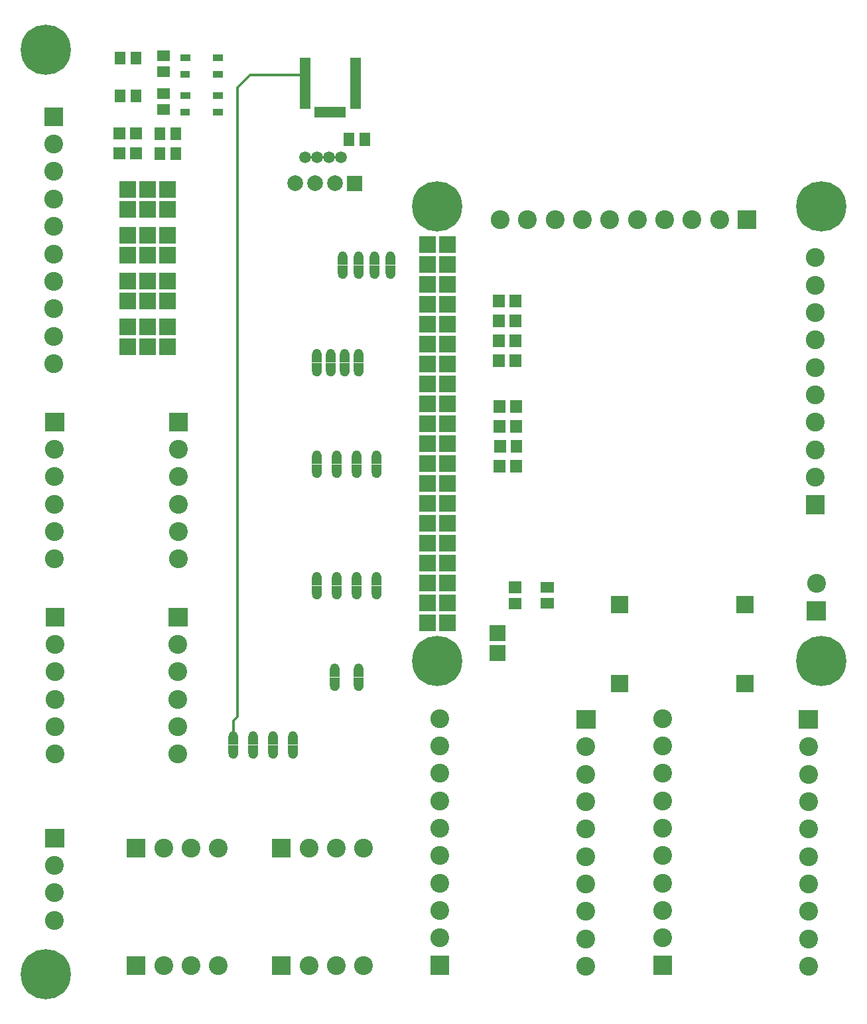
<source format=gts>
G04 Layer: TopSolderMaskLayer*
G04 EasyEDA v6.1.33, Mon, 29 Apr 2019 14:12:14 GMT*
G04 9590ad248ff846a5af0387b98c7a360c,91cc4837159741479c5be70faa949f3f,10*
G04 Gerber Generator version 0.2*
G04 Scale: 100 percent, Rotated: No, Reflected: No *
G04 Dimensions in millimeters *
G04 leading zeros omitted , absolute positions ,3 integer and 3 decimal *
%FSLAX33Y33*%
%MOMM*%
G90*
G71D02*

%ADD59C,0.355600*%
%ADD60R,2.133600X2.133600*%
%ADD64R,1.503680X1.602740*%
%ADD65R,2.403196X2.403196*%
%ADD66C,2.403196*%
%ADD70C,2.003196*%
%ADD71C,1.503197*%
%ADD72R,1.363218X1.673098*%
%ADD73R,1.403198X0.483210*%
%ADD76C,6.403188*%

%LPD*%
G54D59*
G01X27432Y33179D02*
G01X27432Y35846D01*
G01X27940Y36354D01*
G01X27940Y116618D01*
G01X29543Y118220D01*
G01X36622Y118220D01*
G36*
G01X12903Y85071D02*
G01X12903Y87204D01*
G01X15037Y87204D01*
G01X15037Y85071D01*
G01X12903Y85071D01*
G37*
G36*
G01X15443Y85071D02*
G01X15443Y87204D01*
G01X17577Y87204D01*
G01X17577Y85071D01*
G01X15443Y85071D01*
G37*
G36*
G01X17983Y85071D02*
G01X17983Y87204D01*
G01X20117Y87204D01*
G01X20117Y85071D01*
G01X17983Y85071D01*
G37*
G36*
G01X12903Y82531D02*
G01X12903Y84664D01*
G01X15037Y84664D01*
G01X15037Y82531D01*
G01X12903Y82531D01*
G37*
G36*
G01X15443Y82531D02*
G01X15443Y84664D01*
G01X17577Y84664D01*
G01X17577Y82531D01*
G01X15443Y82531D01*
G37*
G36*
G01X17983Y82531D02*
G01X17983Y84664D01*
G01X20117Y84664D01*
G01X20117Y82531D01*
G01X17983Y82531D01*
G37*
G36*
G01X12903Y90913D02*
G01X12903Y93046D01*
G01X15037Y93046D01*
G01X15037Y90913D01*
G01X12903Y90913D01*
G37*
G36*
G01X15443Y90913D02*
G01X15443Y93046D01*
G01X17577Y93046D01*
G01X17577Y90913D01*
G01X15443Y90913D01*
G37*
G36*
G01X17983Y90913D02*
G01X17983Y93046D01*
G01X20117Y93046D01*
G01X20117Y90913D01*
G01X17983Y90913D01*
G37*
G36*
G01X12903Y88373D02*
G01X12903Y90506D01*
G01X15037Y90506D01*
G01X15037Y88373D01*
G01X12903Y88373D01*
G37*
G36*
G01X15443Y88373D02*
G01X15443Y90506D01*
G01X17577Y90506D01*
G01X17577Y88373D01*
G01X15443Y88373D01*
G37*
G36*
G01X17983Y88373D02*
G01X17983Y90506D01*
G01X20117Y90506D01*
G01X20117Y88373D01*
G01X17983Y88373D01*
G37*
G36*
G01X12903Y96755D02*
G01X12903Y98888D01*
G01X15037Y98888D01*
G01X15037Y96755D01*
G01X12903Y96755D01*
G37*
G36*
G01X15443Y96755D02*
G01X15443Y98888D01*
G01X17577Y98888D01*
G01X17577Y96755D01*
G01X15443Y96755D01*
G37*
G36*
G01X17983Y96755D02*
G01X17983Y98888D01*
G01X20117Y98888D01*
G01X20117Y96755D01*
G01X17983Y96755D01*
G37*
G36*
G01X12903Y94215D02*
G01X12903Y96348D01*
G01X15037Y96348D01*
G01X15037Y94215D01*
G01X12903Y94215D01*
G37*
G36*
G01X15443Y94215D02*
G01X15443Y96348D01*
G01X17577Y96348D01*
G01X17577Y94215D01*
G01X15443Y94215D01*
G37*
G36*
G01X17983Y94215D02*
G01X17983Y96348D01*
G01X20117Y96348D01*
G01X20117Y94215D01*
G01X17983Y94215D01*
G37*
G36*
G01X12903Y102597D02*
G01X12903Y104730D01*
G01X15037Y104730D01*
G01X15037Y102597D01*
G01X12903Y102597D01*
G37*
G36*
G01X15443Y102597D02*
G01X15443Y104730D01*
G01X17577Y104730D01*
G01X17577Y102597D01*
G01X15443Y102597D01*
G37*
G36*
G01X17983Y102597D02*
G01X17983Y104730D01*
G01X20117Y104730D01*
G01X20117Y102597D01*
G01X17983Y102597D01*
G37*
G36*
G01X12903Y100057D02*
G01X12903Y102190D01*
G01X15037Y102190D01*
G01X15037Y100057D01*
G01X12903Y100057D01*
G37*
G36*
G01X15443Y100057D02*
G01X15443Y102190D01*
G01X17577Y102190D01*
G01X17577Y100057D01*
G01X15443Y100057D01*
G37*
G36*
G01X17983Y100057D02*
G01X17983Y102190D01*
G01X20117Y102190D01*
G01X20117Y100057D01*
G01X17983Y100057D01*
G37*
G36*
G01X53729Y47329D02*
G01X53729Y49412D01*
G01X55811Y49412D01*
G01X55811Y47329D01*
G01X53729Y47329D01*
G37*
G36*
G01X51189Y47329D02*
G01X51189Y49412D01*
G01X53271Y49412D01*
G01X53271Y47329D01*
G01X51189Y47329D01*
G37*
G36*
G01X53729Y49869D02*
G01X53729Y51952D01*
G01X55811Y51952D01*
G01X55811Y49869D01*
G01X53729Y49869D01*
G37*
G36*
G01X51189Y49869D02*
G01X51189Y51952D01*
G01X53271Y51952D01*
G01X53271Y49869D01*
G01X51189Y49869D01*
G37*
G36*
G01X53729Y52409D02*
G01X53729Y54492D01*
G01X55811Y54492D01*
G01X55811Y52409D01*
G01X53729Y52409D01*
G37*
G36*
G01X51189Y52409D02*
G01X51189Y54492D01*
G01X53271Y54492D01*
G01X53271Y52409D01*
G01X51189Y52409D01*
G37*
G36*
G01X53729Y54949D02*
G01X53729Y57032D01*
G01X55811Y57032D01*
G01X55811Y54949D01*
G01X53729Y54949D01*
G37*
G36*
G01X51189Y54949D02*
G01X51189Y57032D01*
G01X53271Y57032D01*
G01X53271Y54949D01*
G01X51189Y54949D01*
G37*
G36*
G01X53729Y57489D02*
G01X53729Y59572D01*
G01X55811Y59572D01*
G01X55811Y57489D01*
G01X53729Y57489D01*
G37*
G36*
G01X51189Y57489D02*
G01X51189Y59572D01*
G01X53271Y59572D01*
G01X53271Y57489D01*
G01X51189Y57489D01*
G37*
G36*
G01X53729Y60029D02*
G01X53729Y62112D01*
G01X55811Y62112D01*
G01X55811Y60029D01*
G01X53729Y60029D01*
G37*
G36*
G01X51189Y60029D02*
G01X51189Y62112D01*
G01X53271Y62112D01*
G01X53271Y60029D01*
G01X51189Y60029D01*
G37*
G36*
G01X53729Y62569D02*
G01X53729Y64652D01*
G01X55811Y64652D01*
G01X55811Y62569D01*
G01X53729Y62569D01*
G37*
G36*
G01X51189Y62569D02*
G01X51189Y64652D01*
G01X53271Y64652D01*
G01X53271Y62569D01*
G01X51189Y62569D01*
G37*
G36*
G01X53729Y65109D02*
G01X53729Y67192D01*
G01X55811Y67192D01*
G01X55811Y65109D01*
G01X53729Y65109D01*
G37*
G36*
G01X51189Y65109D02*
G01X51189Y67192D01*
G01X53271Y67192D01*
G01X53271Y65109D01*
G01X51189Y65109D01*
G37*
G36*
G01X53729Y67649D02*
G01X53729Y69732D01*
G01X55811Y69732D01*
G01X55811Y67649D01*
G01X53729Y67649D01*
G37*
G36*
G01X51189Y67649D02*
G01X51189Y69732D01*
G01X53271Y69732D01*
G01X53271Y67649D01*
G01X51189Y67649D01*
G37*
G36*
G01X53729Y70189D02*
G01X53729Y72272D01*
G01X55811Y72272D01*
G01X55811Y70189D01*
G01X53729Y70189D01*
G37*
G36*
G01X51189Y70189D02*
G01X51189Y72272D01*
G01X53271Y72272D01*
G01X53271Y70189D01*
G01X51189Y70189D01*
G37*
G36*
G01X53729Y72729D02*
G01X53729Y74812D01*
G01X55811Y74812D01*
G01X55811Y72729D01*
G01X53729Y72729D01*
G37*
G36*
G01X51189Y72729D02*
G01X51189Y74812D01*
G01X53271Y74812D01*
G01X53271Y72729D01*
G01X51189Y72729D01*
G37*
G36*
G01X53729Y75269D02*
G01X53729Y77352D01*
G01X55811Y77352D01*
G01X55811Y75269D01*
G01X53729Y75269D01*
G37*
G36*
G01X51189Y75269D02*
G01X51189Y77352D01*
G01X53271Y77352D01*
G01X53271Y75269D01*
G01X51189Y75269D01*
G37*
G36*
G01X53729Y77809D02*
G01X53729Y79892D01*
G01X55811Y79892D01*
G01X55811Y77809D01*
G01X53729Y77809D01*
G37*
G36*
G01X51189Y77809D02*
G01X51189Y79892D01*
G01X53271Y79892D01*
G01X53271Y77809D01*
G01X51189Y77809D01*
G37*
G36*
G01X53729Y80349D02*
G01X53729Y82432D01*
G01X55811Y82432D01*
G01X55811Y80349D01*
G01X53729Y80349D01*
G37*
G36*
G01X51189Y80349D02*
G01X51189Y82432D01*
G01X53271Y82432D01*
G01X53271Y80349D01*
G01X51189Y80349D01*
G37*
G36*
G01X53729Y82889D02*
G01X53729Y84972D01*
G01X55811Y84972D01*
G01X55811Y82889D01*
G01X53729Y82889D01*
G37*
G36*
G01X51189Y82889D02*
G01X51189Y84972D01*
G01X53271Y84972D01*
G01X53271Y82889D01*
G01X51189Y82889D01*
G37*
G36*
G01X53729Y85429D02*
G01X53729Y87512D01*
G01X55811Y87512D01*
G01X55811Y85429D01*
G01X53729Y85429D01*
G37*
G36*
G01X51189Y85429D02*
G01X51189Y87512D01*
G01X53271Y87512D01*
G01X53271Y85429D01*
G01X51189Y85429D01*
G37*
G36*
G01X53729Y87969D02*
G01X53729Y90052D01*
G01X55811Y90052D01*
G01X55811Y87969D01*
G01X53729Y87969D01*
G37*
G36*
G01X51189Y87969D02*
G01X51189Y90052D01*
G01X53271Y90052D01*
G01X53271Y87969D01*
G01X51189Y87969D01*
G37*
G36*
G01X53729Y90509D02*
G01X53729Y92592D01*
G01X55811Y92592D01*
G01X55811Y90509D01*
G01X53729Y90509D01*
G37*
G36*
G01X51189Y90509D02*
G01X51189Y92592D01*
G01X53271Y92592D01*
G01X53271Y90509D01*
G01X51189Y90509D01*
G37*
G36*
G01X53729Y93049D02*
G01X53729Y95132D01*
G01X55811Y95132D01*
G01X55811Y93049D01*
G01X53729Y93049D01*
G37*
G36*
G01X51189Y93049D02*
G01X51189Y95132D01*
G01X53271Y95132D01*
G01X53271Y93049D01*
G01X51189Y93049D01*
G37*
G36*
G01X53729Y95589D02*
G01X53729Y97672D01*
G01X55811Y97672D01*
G01X55811Y95589D01*
G01X53729Y95589D01*
G37*
G36*
G01X51189Y95589D02*
G01X51189Y97672D01*
G01X53271Y97672D01*
G01X53271Y95589D01*
G01X51189Y95589D01*
G37*
G36*
G01X66670Y50151D02*
G01X66670Y51512D01*
G01X68341Y51512D01*
G01X68341Y50151D01*
G01X66670Y50151D01*
G37*
G36*
G01X66670Y52183D02*
G01X66670Y53544D01*
G01X68341Y53544D01*
G01X68341Y52183D01*
G01X66670Y52183D01*
G37*
G36*
G01X62641Y50062D02*
G01X62641Y51566D01*
G01X64244Y51566D01*
G01X64244Y50062D01*
G01X62641Y50062D01*
G37*
G36*
G01X62641Y52162D02*
G01X62641Y53666D01*
G01X64244Y53666D01*
G01X64244Y52162D01*
G01X62641Y52162D01*
G37*
G54D60*
G01X61156Y44482D03*
G01X61156Y47022D03*
G36*
G01X62766Y67557D02*
G01X62766Y69160D01*
G01X64270Y69160D01*
G01X64270Y67557D01*
G01X62766Y67557D01*
G37*
G36*
G01X60665Y67557D02*
G01X60665Y69160D01*
G01X62169Y69160D01*
G01X62169Y67557D01*
G01X60665Y67557D01*
G37*
G36*
G01X62824Y70097D02*
G01X62824Y71700D01*
G01X64328Y71700D01*
G01X64328Y70097D01*
G01X62824Y70097D01*
G37*
G36*
G01X60724Y70097D02*
G01X60724Y71700D01*
G01X62227Y71700D01*
G01X62227Y70097D01*
G01X60724Y70097D01*
G37*
G36*
G01X62766Y75177D02*
G01X62766Y76780D01*
G01X64270Y76780D01*
G01X64270Y75177D01*
G01X62766Y75177D01*
G37*
G36*
G01X60665Y75177D02*
G01X60665Y76780D01*
G01X62169Y76780D01*
G01X62169Y75177D01*
G01X60665Y75177D01*
G37*
G36*
G01X62766Y72637D02*
G01X62766Y74240D01*
G01X64270Y74240D01*
G01X64270Y72637D01*
G01X62766Y72637D01*
G37*
G36*
G01X60665Y72637D02*
G01X60665Y74240D01*
G01X62169Y74240D01*
G01X62169Y72637D01*
G01X60665Y72637D01*
G37*
G36*
G01X62707Y81019D02*
G01X62707Y82622D01*
G01X64211Y82622D01*
G01X64211Y81019D01*
G01X62707Y81019D01*
G37*
G36*
G01X60607Y81019D02*
G01X60607Y82622D01*
G01X62111Y82622D01*
G01X62111Y81019D01*
G01X60607Y81019D01*
G37*
G36*
G01X62707Y83559D02*
G01X62707Y85162D01*
G01X64211Y85162D01*
G01X64211Y83559D01*
G01X62707Y83559D01*
G37*
G36*
G01X60607Y83559D02*
G01X60607Y85162D01*
G01X62111Y85162D01*
G01X62111Y83559D01*
G01X60607Y83559D01*
G37*
G36*
G01X62707Y88639D02*
G01X62707Y90242D01*
G01X64211Y90242D01*
G01X64211Y88639D01*
G01X62707Y88639D01*
G37*
G36*
G01X60607Y88639D02*
G01X60607Y90242D01*
G01X62111Y90242D01*
G01X62111Y88639D01*
G01X60607Y88639D01*
G37*
G36*
G01X62707Y86099D02*
G01X62707Y87702D01*
G01X64211Y87702D01*
G01X64211Y86099D01*
G01X62707Y86099D01*
G37*
G36*
G01X60607Y86099D02*
G01X60607Y87702D01*
G01X62111Y87702D01*
G01X62111Y86099D01*
G01X60607Y86099D01*
G37*
G36*
G01X3343Y111741D02*
G01X3343Y114144D01*
G01X5745Y114144D01*
G01X5745Y111741D01*
G01X3343Y111741D01*
G37*
G54D66*
G01X4544Y109442D03*
G01X4544Y105942D03*
G01X4544Y102442D03*
G01X4544Y98942D03*
G01X4544Y95442D03*
G01X4544Y91942D03*
G01X4544Y88442D03*
G01X4544Y84942D03*
G01X4544Y81442D03*
G36*
G01X19182Y47905D02*
G01X19182Y50308D01*
G01X21585Y50308D01*
G01X21585Y47905D01*
G01X19182Y47905D01*
G37*
G01X20384Y45608D03*
G01X20384Y42108D03*
G01X20384Y38608D03*
G01X20384Y35108D03*
G01X20384Y31608D03*
G54D65*
G01X33588Y19653D03*
G54D66*
G01X37087Y19654D03*
G01X40587Y19654D03*
G01X44087Y19654D03*
G54D65*
G01X15046Y19653D03*
G54D66*
G01X18545Y19654D03*
G01X22045Y19654D03*
G01X25545Y19654D03*
G36*
G01X3434Y19711D02*
G01X3434Y22114D01*
G01X5837Y22114D01*
G01X5837Y19711D01*
G01X3434Y19711D01*
G37*
G01X4635Y17414D03*
G01X4635Y13914D03*
G01X4635Y10414D03*
G36*
G01X99642Y34837D02*
G01X99642Y37240D01*
G01X102044Y37240D01*
G01X102044Y34837D01*
G01X99642Y34837D01*
G37*
G01X100844Y32539D03*
G01X100844Y29040D03*
G01X100844Y25539D03*
G01X100844Y22040D03*
G01X100844Y18539D03*
G01X100844Y15040D03*
G01X100844Y11539D03*
G01X100844Y8040D03*
G01X100844Y4539D03*
G36*
G01X100528Y62241D02*
G01X100528Y64644D01*
G01X102931Y64644D01*
G01X102931Y62241D01*
G01X100528Y62241D01*
G37*
G01X101729Y66942D03*
G01X101729Y70442D03*
G01X101729Y73942D03*
G01X101729Y77442D03*
G01X101729Y80942D03*
G01X101729Y84442D03*
G01X101729Y87942D03*
G01X101729Y91442D03*
G01X101729Y94942D03*
G36*
G01X100647Y48675D02*
G01X100647Y51078D01*
G01X103050Y51078D01*
G01X103050Y48675D01*
G01X100647Y48675D01*
G37*
G01X101848Y53376D03*
G36*
G01X91793Y98584D02*
G01X91793Y100986D01*
G01X94196Y100986D01*
G01X94196Y98584D01*
G01X91793Y98584D01*
G37*
G01X89495Y99784D03*
G01X85995Y99784D03*
G01X82495Y99784D03*
G01X78995Y99784D03*
G01X75495Y99784D03*
G01X71995Y99784D03*
G01X68495Y99784D03*
G01X64995Y99784D03*
G01X61495Y99784D03*
G36*
G01X3434Y72797D02*
G01X3434Y75200D01*
G01X5837Y75200D01*
G01X5837Y72797D01*
G01X3434Y72797D01*
G37*
G01X4636Y70500D03*
G01X4636Y67000D03*
G01X4636Y63500D03*
G01X4636Y60000D03*
G01X4636Y56500D03*
G36*
G01X19240Y72797D02*
G01X19240Y75200D01*
G01X21643Y75200D01*
G01X21643Y72797D01*
G01X19240Y72797D01*
G37*
G01X20442Y70500D03*
G01X20442Y67000D03*
G01X20442Y63500D03*
G01X20442Y60000D03*
G01X20442Y56500D03*
G54D65*
G01X33589Y4667D03*
G54D66*
G01X37088Y4668D03*
G01X40588Y4668D03*
G01X44088Y4668D03*
G54D65*
G01X15047Y4667D03*
G54D66*
G01X18546Y4668D03*
G01X22046Y4668D03*
G01X25546Y4668D03*
G36*
G01X3492Y47905D02*
G01X3492Y50308D01*
G01X5895Y50308D01*
G01X5895Y47905D01*
G01X3492Y47905D01*
G37*
G01X4694Y45608D03*
G01X4694Y42108D03*
G01X4694Y38608D03*
G01X4694Y35108D03*
G01X4694Y31608D03*
G36*
G01X71252Y34837D02*
G01X71252Y37240D01*
G01X73655Y37240D01*
G01X73655Y34837D01*
G01X71252Y34837D01*
G37*
G01X72453Y32539D03*
G01X72453Y29040D03*
G01X72453Y25539D03*
G01X72453Y22040D03*
G01X72453Y18539D03*
G01X72453Y15040D03*
G01X72453Y11539D03*
G01X72453Y8040D03*
G01X72453Y4539D03*
G36*
G01X52583Y3463D02*
G01X52583Y5866D01*
G01X54986Y5866D01*
G01X54986Y3463D01*
G01X52583Y3463D01*
G37*
G01X53783Y8164D03*
G01X53783Y11663D03*
G01X53783Y15164D03*
G01X53783Y18663D03*
G01X53783Y22164D03*
G01X53783Y25663D03*
G01X53783Y29164D03*
G01X53783Y32663D03*
G01X53783Y36164D03*
G36*
G01X81031Y3463D02*
G01X81031Y5866D01*
G01X83434Y5866D01*
G01X83434Y3463D01*
G01X81031Y3463D01*
G37*
G01X82231Y8164D03*
G01X82231Y11663D03*
G01X82231Y15164D03*
G01X82231Y18663D03*
G01X82231Y22164D03*
G01X82231Y25663D03*
G01X82231Y29164D03*
G01X82231Y32663D03*
G01X82231Y36164D03*
G36*
G01X91623Y39554D02*
G01X91623Y41756D01*
G01X93828Y41756D01*
G01X93828Y39554D01*
G01X91623Y39554D01*
G37*
G36*
G01X91623Y49554D02*
G01X91623Y51756D01*
G01X93828Y51756D01*
G01X93828Y49554D01*
G01X91623Y49554D01*
G37*
G36*
G01X75623Y39554D02*
G01X75623Y41756D01*
G01X77828Y41756D01*
G01X77828Y39554D01*
G01X75623Y39554D01*
G37*
G36*
G01X75623Y49554D02*
G01X75623Y51756D01*
G01X77828Y51756D01*
G01X77828Y49554D01*
G01X75623Y49554D01*
G37*
G36*
G01X41925Y103425D02*
G01X41925Y105426D01*
G01X43927Y105426D01*
G01X43927Y103425D01*
G01X41925Y103425D01*
G37*
G54D70*
G01X40385Y104426D03*
G01X37845Y104426D03*
G01X35305Y104426D03*
G54D71*
G01X41147Y107728D03*
G01X39647Y107728D03*
G01X38147Y107728D03*
G01X36647Y107728D03*
G54D72*
G01X42164Y110013D03*
G01X44196Y110013D03*
G36*
G01X42578Y68645D02*
G01X42578Y69777D01*
G01X42580Y69805D01*
G01X42591Y69866D01*
G01X42596Y69894D01*
G01X42603Y69925D01*
G01X42614Y69953D01*
G01X42626Y69981D01*
G01X42636Y70009D01*
G01X42682Y70085D01*
G01X42700Y70110D01*
G01X42718Y70133D01*
G01X42738Y70156D01*
G01X42758Y70176D01*
G01X42804Y70217D01*
G01X42829Y70235D01*
G01X42852Y70252D01*
G01X42878Y70268D01*
G01X42906Y70283D01*
G01X42931Y70296D01*
G01X42987Y70316D01*
G01X43017Y70326D01*
G01X43045Y70334D01*
G01X43076Y70339D01*
G01X43104Y70344D01*
G01X43165Y70349D01*
G01X43195Y70349D01*
G01X43226Y70346D01*
G01X43254Y70344D01*
G01X43315Y70334D01*
G01X43342Y70326D01*
G01X43426Y70296D01*
G01X43454Y70283D01*
G01X43505Y70252D01*
G01X43556Y70217D01*
G01X43579Y70196D01*
G01X43619Y70156D01*
G01X43660Y70110D01*
G01X43678Y70085D01*
G01X43708Y70034D01*
G01X43721Y70009D01*
G01X43734Y69981D01*
G01X43754Y69925D01*
G01X43762Y69894D01*
G01X43769Y69866D01*
G01X43779Y69805D01*
G01X43779Y69777D01*
G01X43782Y69747D01*
G01X43782Y68645D01*
G01X42578Y68645D01*
G37*
G36*
G01X43165Y66874D02*
G01X43104Y66879D01*
G01X43076Y66884D01*
G01X43045Y66889D01*
G01X43017Y66897D01*
G01X42987Y66907D01*
G01X42931Y66927D01*
G01X42906Y66940D01*
G01X42878Y66955D01*
G01X42852Y66971D01*
G01X42829Y66988D01*
G01X42804Y67006D01*
G01X42758Y67047D01*
G01X42738Y67067D01*
G01X42718Y67090D01*
G01X42700Y67113D01*
G01X42682Y67138D01*
G01X42636Y67215D01*
G01X42626Y67242D01*
G01X42614Y67270D01*
G01X42603Y67298D01*
G01X42596Y67329D01*
G01X42591Y67357D01*
G01X42580Y67418D01*
G01X42578Y67446D01*
G01X42578Y68578D01*
G01X43782Y68578D01*
G01X43782Y67476D01*
G01X43779Y67446D01*
G01X43779Y67418D01*
G01X43769Y67357D01*
G01X43762Y67329D01*
G01X43754Y67298D01*
G01X43734Y67242D01*
G01X43721Y67215D01*
G01X43708Y67189D01*
G01X43678Y67138D01*
G01X43660Y67113D01*
G01X43619Y67067D01*
G01X43579Y67027D01*
G01X43556Y67006D01*
G01X43505Y66971D01*
G01X43454Y66940D01*
G01X43426Y66927D01*
G01X43342Y66897D01*
G01X43315Y66889D01*
G01X43254Y66879D01*
G01X43226Y66877D01*
G01X43195Y66874D01*
G01X43165Y66874D01*
G37*
G54D73*
G01X36621Y120222D03*
G01X36621Y119721D03*
G01X36621Y119222D03*
G01X36621Y118721D03*
G01X36621Y118222D03*
G01X36621Y117721D03*
G01X36621Y117222D03*
G01X36621Y116721D03*
G01X36621Y116222D03*
G01X36621Y115721D03*
G01X36621Y115222D03*
G01X36621Y114721D03*
G01X36621Y114222D03*
G36*
G01X37831Y112820D02*
G01X37831Y114222D01*
G01X38313Y114222D01*
G01X38313Y112820D01*
G01X37831Y112820D01*
G37*
G36*
G01X38331Y112820D02*
G01X38331Y114222D01*
G01X38814Y114222D01*
G01X38814Y112820D01*
G01X38331Y112820D01*
G37*
G36*
G01X38829Y112820D02*
G01X38829Y114222D01*
G01X39314Y114222D01*
G01X39314Y112820D01*
G01X38829Y112820D01*
G37*
G36*
G01X39329Y112820D02*
G01X39329Y114222D01*
G01X39812Y114222D01*
G01X39812Y112820D01*
G01X39329Y112820D01*
G37*
G36*
G01X39830Y112820D02*
G01X39830Y114222D01*
G01X40312Y114222D01*
G01X40312Y112820D01*
G01X39830Y112820D01*
G37*
G36*
G01X40330Y112820D02*
G01X40330Y114222D01*
G01X40813Y114222D01*
G01X40813Y112820D01*
G01X40330Y112820D01*
G37*
G36*
G01X40830Y112820D02*
G01X40830Y114222D01*
G01X41313Y114222D01*
G01X41313Y112820D01*
G01X40830Y112820D01*
G37*
G36*
G01X41331Y112820D02*
G01X41331Y114222D01*
G01X41813Y114222D01*
G01X41813Y112820D01*
G01X41331Y112820D01*
G37*
G01X43021Y120222D03*
G01X43021Y119721D03*
G01X43021Y119222D03*
G01X43021Y118721D03*
G01X43021Y118222D03*
G01X43021Y117721D03*
G01X43021Y117222D03*
G01X43021Y116721D03*
G01X43021Y116222D03*
G01X43021Y115721D03*
G01X43021Y115222D03*
G01X43021Y114721D03*
G01X43021Y114222D03*
G36*
G01X40038Y68645D02*
G01X40038Y69777D01*
G01X40040Y69805D01*
G01X40051Y69866D01*
G01X40056Y69894D01*
G01X40063Y69925D01*
G01X40074Y69953D01*
G01X40086Y69981D01*
G01X40096Y70009D01*
G01X40142Y70085D01*
G01X40160Y70110D01*
G01X40178Y70133D01*
G01X40198Y70156D01*
G01X40218Y70176D01*
G01X40264Y70217D01*
G01X40289Y70235D01*
G01X40312Y70252D01*
G01X40338Y70268D01*
G01X40366Y70283D01*
G01X40391Y70296D01*
G01X40447Y70316D01*
G01X40477Y70326D01*
G01X40505Y70334D01*
G01X40536Y70339D01*
G01X40564Y70344D01*
G01X40625Y70349D01*
G01X40655Y70349D01*
G01X40686Y70346D01*
G01X40714Y70344D01*
G01X40775Y70334D01*
G01X40802Y70326D01*
G01X40886Y70296D01*
G01X40914Y70283D01*
G01X40965Y70252D01*
G01X41016Y70217D01*
G01X41039Y70196D01*
G01X41079Y70156D01*
G01X41120Y70110D01*
G01X41138Y70085D01*
G01X41168Y70034D01*
G01X41181Y70009D01*
G01X41194Y69981D01*
G01X41214Y69925D01*
G01X41222Y69894D01*
G01X41229Y69866D01*
G01X41239Y69805D01*
G01X41239Y69777D01*
G01X41242Y69747D01*
G01X41242Y68645D01*
G01X40038Y68645D01*
G37*
G36*
G01X40625Y66874D02*
G01X40564Y66879D01*
G01X40536Y66884D01*
G01X40505Y66889D01*
G01X40477Y66897D01*
G01X40447Y66907D01*
G01X40391Y66927D01*
G01X40366Y66940D01*
G01X40338Y66955D01*
G01X40312Y66971D01*
G01X40289Y66988D01*
G01X40264Y67006D01*
G01X40218Y67047D01*
G01X40198Y67067D01*
G01X40178Y67090D01*
G01X40160Y67113D01*
G01X40142Y67138D01*
G01X40096Y67215D01*
G01X40086Y67242D01*
G01X40074Y67270D01*
G01X40063Y67298D01*
G01X40056Y67329D01*
G01X40051Y67357D01*
G01X40040Y67418D01*
G01X40038Y67446D01*
G01X40038Y68578D01*
G01X41242Y68578D01*
G01X41242Y67476D01*
G01X41239Y67446D01*
G01X41239Y67418D01*
G01X41229Y67357D01*
G01X41222Y67329D01*
G01X41214Y67298D01*
G01X41194Y67242D01*
G01X41181Y67215D01*
G01X41168Y67189D01*
G01X41138Y67138D01*
G01X41120Y67113D01*
G01X41079Y67067D01*
G01X41039Y67027D01*
G01X41016Y67006D01*
G01X40965Y66971D01*
G01X40914Y66940D01*
G01X40886Y66927D01*
G01X40802Y66897D01*
G01X40775Y66889D01*
G01X40714Y66879D01*
G01X40686Y66877D01*
G01X40655Y66874D01*
G01X40625Y66874D01*
G37*
G36*
G01X40038Y53151D02*
G01X40038Y54283D01*
G01X40040Y54311D01*
G01X40051Y54372D01*
G01X40056Y54400D01*
G01X40063Y54431D01*
G01X40074Y54459D01*
G01X40086Y54487D01*
G01X40096Y54515D01*
G01X40142Y54591D01*
G01X40160Y54616D01*
G01X40178Y54639D01*
G01X40198Y54662D01*
G01X40218Y54682D01*
G01X40264Y54723D01*
G01X40289Y54741D01*
G01X40312Y54758D01*
G01X40338Y54774D01*
G01X40366Y54789D01*
G01X40391Y54802D01*
G01X40447Y54822D01*
G01X40477Y54832D01*
G01X40505Y54840D01*
G01X40536Y54845D01*
G01X40564Y54850D01*
G01X40625Y54855D01*
G01X40655Y54855D01*
G01X40686Y54852D01*
G01X40714Y54850D01*
G01X40775Y54840D01*
G01X40802Y54832D01*
G01X40886Y54802D01*
G01X40914Y54789D01*
G01X40965Y54758D01*
G01X41016Y54723D01*
G01X41039Y54702D01*
G01X41079Y54662D01*
G01X41120Y54616D01*
G01X41138Y54591D01*
G01X41168Y54540D01*
G01X41181Y54515D01*
G01X41194Y54487D01*
G01X41214Y54431D01*
G01X41222Y54400D01*
G01X41229Y54372D01*
G01X41239Y54311D01*
G01X41239Y54283D01*
G01X41242Y54253D01*
G01X41242Y53151D01*
G01X40038Y53151D01*
G37*
G36*
G01X40625Y51380D02*
G01X40564Y51385D01*
G01X40536Y51390D01*
G01X40505Y51395D01*
G01X40477Y51403D01*
G01X40447Y51413D01*
G01X40391Y51433D01*
G01X40366Y51446D01*
G01X40338Y51461D01*
G01X40312Y51477D01*
G01X40289Y51494D01*
G01X40264Y51512D01*
G01X40218Y51553D01*
G01X40198Y51573D01*
G01X40178Y51596D01*
G01X40160Y51619D01*
G01X40142Y51644D01*
G01X40096Y51721D01*
G01X40086Y51748D01*
G01X40074Y51776D01*
G01X40063Y51804D01*
G01X40056Y51835D01*
G01X40051Y51863D01*
G01X40040Y51924D01*
G01X40038Y51952D01*
G01X40038Y53084D01*
G01X41242Y53084D01*
G01X41242Y51982D01*
G01X41239Y51952D01*
G01X41239Y51924D01*
G01X41229Y51863D01*
G01X41222Y51835D01*
G01X41214Y51804D01*
G01X41194Y51748D01*
G01X41181Y51721D01*
G01X41168Y51695D01*
G01X41138Y51644D01*
G01X41120Y51619D01*
G01X41079Y51573D01*
G01X41039Y51533D01*
G01X41016Y51512D01*
G01X40965Y51477D01*
G01X40914Y51446D01*
G01X40886Y51433D01*
G01X40802Y51403D01*
G01X40775Y51395D01*
G01X40714Y51385D01*
G01X40686Y51383D01*
G01X40655Y51380D01*
G01X40625Y51380D01*
G37*
G36*
G01X42832Y41467D02*
G01X42832Y42599D01*
G01X42834Y42627D01*
G01X42845Y42688D01*
G01X42850Y42716D01*
G01X42857Y42747D01*
G01X42868Y42775D01*
G01X42880Y42803D01*
G01X42890Y42831D01*
G01X42936Y42907D01*
G01X42954Y42932D01*
G01X42972Y42955D01*
G01X42992Y42978D01*
G01X43012Y42998D01*
G01X43058Y43039D01*
G01X43083Y43057D01*
G01X43106Y43074D01*
G01X43132Y43090D01*
G01X43160Y43105D01*
G01X43185Y43118D01*
G01X43241Y43138D01*
G01X43271Y43148D01*
G01X43299Y43156D01*
G01X43330Y43161D01*
G01X43358Y43166D01*
G01X43419Y43171D01*
G01X43449Y43171D01*
G01X43480Y43168D01*
G01X43508Y43166D01*
G01X43569Y43156D01*
G01X43596Y43148D01*
G01X43680Y43118D01*
G01X43708Y43105D01*
G01X43759Y43074D01*
G01X43810Y43039D01*
G01X43833Y43018D01*
G01X43873Y42978D01*
G01X43914Y42932D01*
G01X43932Y42907D01*
G01X43962Y42856D01*
G01X43975Y42831D01*
G01X43988Y42803D01*
G01X44008Y42747D01*
G01X44016Y42716D01*
G01X44023Y42688D01*
G01X44033Y42627D01*
G01X44033Y42599D01*
G01X44036Y42569D01*
G01X44036Y41467D01*
G01X42832Y41467D01*
G37*
G36*
G01X43419Y39696D02*
G01X43358Y39701D01*
G01X43330Y39706D01*
G01X43299Y39711D01*
G01X43271Y39719D01*
G01X43241Y39729D01*
G01X43185Y39749D01*
G01X43160Y39762D01*
G01X43132Y39777D01*
G01X43106Y39793D01*
G01X43083Y39810D01*
G01X43058Y39828D01*
G01X43012Y39869D01*
G01X42992Y39889D01*
G01X42972Y39912D01*
G01X42954Y39935D01*
G01X42936Y39960D01*
G01X42890Y40037D01*
G01X42880Y40064D01*
G01X42868Y40092D01*
G01X42857Y40120D01*
G01X42850Y40151D01*
G01X42845Y40179D01*
G01X42834Y40240D01*
G01X42832Y40268D01*
G01X42832Y41400D01*
G01X44036Y41400D01*
G01X44036Y40298D01*
G01X44033Y40268D01*
G01X44033Y40240D01*
G01X44023Y40179D01*
G01X44016Y40151D01*
G01X44008Y40120D01*
G01X43988Y40064D01*
G01X43975Y40037D01*
G01X43962Y40011D01*
G01X43932Y39960D01*
G01X43914Y39935D01*
G01X43873Y39889D01*
G01X43833Y39849D01*
G01X43810Y39828D01*
G01X43759Y39793D01*
G01X43708Y39762D01*
G01X43680Y39749D01*
G01X43596Y39719D01*
G01X43569Y39711D01*
G01X43508Y39701D01*
G01X43480Y39699D01*
G01X43449Y39696D01*
G01X43419Y39696D01*
G37*
G36*
G01X34450Y32831D02*
G01X34450Y33963D01*
G01X34452Y33991D01*
G01X34463Y34052D01*
G01X34468Y34080D01*
G01X34475Y34111D01*
G01X34486Y34139D01*
G01X34498Y34167D01*
G01X34508Y34195D01*
G01X34554Y34271D01*
G01X34572Y34296D01*
G01X34590Y34319D01*
G01X34610Y34342D01*
G01X34630Y34362D01*
G01X34676Y34403D01*
G01X34701Y34421D01*
G01X34724Y34438D01*
G01X34750Y34454D01*
G01X34778Y34469D01*
G01X34803Y34482D01*
G01X34859Y34502D01*
G01X34889Y34512D01*
G01X34917Y34520D01*
G01X34948Y34525D01*
G01X34976Y34530D01*
G01X35037Y34535D01*
G01X35067Y34535D01*
G01X35098Y34532D01*
G01X35126Y34530D01*
G01X35187Y34520D01*
G01X35214Y34512D01*
G01X35298Y34482D01*
G01X35326Y34469D01*
G01X35377Y34438D01*
G01X35428Y34403D01*
G01X35451Y34382D01*
G01X35491Y34342D01*
G01X35532Y34296D01*
G01X35550Y34271D01*
G01X35580Y34220D01*
G01X35593Y34195D01*
G01X35606Y34167D01*
G01X35626Y34111D01*
G01X35634Y34080D01*
G01X35641Y34052D01*
G01X35651Y33991D01*
G01X35651Y33963D01*
G01X35654Y33933D01*
G01X35654Y32831D01*
G01X34450Y32831D01*
G37*
G36*
G01X35037Y31060D02*
G01X34976Y31065D01*
G01X34948Y31070D01*
G01X34917Y31075D01*
G01X34889Y31083D01*
G01X34859Y31093D01*
G01X34803Y31113D01*
G01X34778Y31126D01*
G01X34750Y31141D01*
G01X34724Y31157D01*
G01X34701Y31174D01*
G01X34676Y31192D01*
G01X34630Y31233D01*
G01X34610Y31253D01*
G01X34590Y31276D01*
G01X34572Y31299D01*
G01X34554Y31324D01*
G01X34508Y31401D01*
G01X34498Y31428D01*
G01X34486Y31456D01*
G01X34475Y31484D01*
G01X34468Y31515D01*
G01X34463Y31543D01*
G01X34452Y31604D01*
G01X34450Y31632D01*
G01X34450Y32764D01*
G01X35654Y32764D01*
G01X35654Y31662D01*
G01X35651Y31632D01*
G01X35651Y31604D01*
G01X35641Y31543D01*
G01X35634Y31515D01*
G01X35626Y31484D01*
G01X35606Y31428D01*
G01X35593Y31401D01*
G01X35580Y31375D01*
G01X35550Y31324D01*
G01X35532Y31299D01*
G01X35491Y31253D01*
G01X35451Y31213D01*
G01X35428Y31192D01*
G01X35377Y31157D01*
G01X35326Y31126D01*
G01X35298Y31113D01*
G01X35214Y31083D01*
G01X35187Y31075D01*
G01X35126Y31065D01*
G01X35098Y31063D01*
G01X35067Y31060D01*
G01X35037Y31060D01*
G37*
G36*
G01X29370Y32831D02*
G01X29370Y33963D01*
G01X29372Y33991D01*
G01X29383Y34052D01*
G01X29388Y34080D01*
G01X29395Y34111D01*
G01X29406Y34139D01*
G01X29418Y34167D01*
G01X29428Y34195D01*
G01X29474Y34271D01*
G01X29492Y34296D01*
G01X29510Y34319D01*
G01X29530Y34342D01*
G01X29550Y34362D01*
G01X29596Y34403D01*
G01X29621Y34421D01*
G01X29644Y34438D01*
G01X29670Y34454D01*
G01X29698Y34469D01*
G01X29723Y34482D01*
G01X29779Y34502D01*
G01X29809Y34512D01*
G01X29837Y34520D01*
G01X29868Y34525D01*
G01X29896Y34530D01*
G01X29957Y34535D01*
G01X29987Y34535D01*
G01X30018Y34532D01*
G01X30046Y34530D01*
G01X30107Y34520D01*
G01X30134Y34512D01*
G01X30218Y34482D01*
G01X30246Y34469D01*
G01X30297Y34438D01*
G01X30348Y34403D01*
G01X30371Y34382D01*
G01X30411Y34342D01*
G01X30452Y34296D01*
G01X30470Y34271D01*
G01X30500Y34220D01*
G01X30513Y34195D01*
G01X30526Y34167D01*
G01X30546Y34111D01*
G01X30554Y34080D01*
G01X30561Y34052D01*
G01X30571Y33991D01*
G01X30571Y33963D01*
G01X30574Y33933D01*
G01X30574Y32831D01*
G01X29370Y32831D01*
G37*
G36*
G01X29957Y31060D02*
G01X29896Y31065D01*
G01X29868Y31070D01*
G01X29837Y31075D01*
G01X29809Y31083D01*
G01X29779Y31093D01*
G01X29723Y31113D01*
G01X29698Y31126D01*
G01X29670Y31141D01*
G01X29644Y31157D01*
G01X29621Y31174D01*
G01X29596Y31192D01*
G01X29550Y31233D01*
G01X29530Y31253D01*
G01X29510Y31276D01*
G01X29492Y31299D01*
G01X29474Y31324D01*
G01X29428Y31401D01*
G01X29418Y31428D01*
G01X29406Y31456D01*
G01X29395Y31484D01*
G01X29388Y31515D01*
G01X29383Y31543D01*
G01X29372Y31604D01*
G01X29370Y31632D01*
G01X29370Y32764D01*
G01X30574Y32764D01*
G01X30574Y31662D01*
G01X30571Y31632D01*
G01X30571Y31604D01*
G01X30561Y31543D01*
G01X30554Y31515D01*
G01X30546Y31484D01*
G01X30526Y31428D01*
G01X30513Y31401D01*
G01X30500Y31375D01*
G01X30470Y31324D01*
G01X30452Y31299D01*
G01X30411Y31253D01*
G01X30371Y31213D01*
G01X30348Y31192D01*
G01X30297Y31157D01*
G01X30246Y31126D01*
G01X30218Y31113D01*
G01X30134Y31083D01*
G01X30107Y31075D01*
G01X30046Y31065D01*
G01X30018Y31063D01*
G01X29987Y31060D01*
G01X29957Y31060D01*
G37*
G36*
G01X37498Y68645D02*
G01X37498Y69777D01*
G01X37500Y69805D01*
G01X37511Y69866D01*
G01X37516Y69894D01*
G01X37523Y69925D01*
G01X37534Y69953D01*
G01X37546Y69981D01*
G01X37556Y70009D01*
G01X37602Y70085D01*
G01X37620Y70110D01*
G01X37638Y70133D01*
G01X37658Y70156D01*
G01X37678Y70176D01*
G01X37724Y70217D01*
G01X37749Y70235D01*
G01X37772Y70252D01*
G01X37798Y70268D01*
G01X37826Y70283D01*
G01X37851Y70296D01*
G01X37907Y70316D01*
G01X37937Y70326D01*
G01X37965Y70334D01*
G01X37996Y70339D01*
G01X38024Y70344D01*
G01X38085Y70349D01*
G01X38115Y70349D01*
G01X38146Y70346D01*
G01X38174Y70344D01*
G01X38235Y70334D01*
G01X38262Y70326D01*
G01X38346Y70296D01*
G01X38374Y70283D01*
G01X38425Y70252D01*
G01X38476Y70217D01*
G01X38499Y70196D01*
G01X38539Y70156D01*
G01X38580Y70110D01*
G01X38598Y70085D01*
G01X38628Y70034D01*
G01X38641Y70009D01*
G01X38654Y69981D01*
G01X38674Y69925D01*
G01X38682Y69894D01*
G01X38689Y69866D01*
G01X38699Y69805D01*
G01X38699Y69777D01*
G01X38702Y69747D01*
G01X38702Y68645D01*
G01X37498Y68645D01*
G37*
G36*
G01X38085Y66874D02*
G01X38024Y66879D01*
G01X37996Y66884D01*
G01X37965Y66889D01*
G01X37937Y66897D01*
G01X37907Y66907D01*
G01X37851Y66927D01*
G01X37826Y66940D01*
G01X37798Y66955D01*
G01X37772Y66971D01*
G01X37749Y66988D01*
G01X37724Y67006D01*
G01X37678Y67047D01*
G01X37658Y67067D01*
G01X37638Y67090D01*
G01X37620Y67113D01*
G01X37602Y67138D01*
G01X37556Y67215D01*
G01X37546Y67242D01*
G01X37534Y67270D01*
G01X37523Y67298D01*
G01X37516Y67329D01*
G01X37511Y67357D01*
G01X37500Y67418D01*
G01X37498Y67446D01*
G01X37498Y68578D01*
G01X38702Y68578D01*
G01X38702Y67476D01*
G01X38699Y67446D01*
G01X38699Y67418D01*
G01X38689Y67357D01*
G01X38682Y67329D01*
G01X38674Y67298D01*
G01X38654Y67242D01*
G01X38641Y67215D01*
G01X38628Y67189D01*
G01X38598Y67138D01*
G01X38580Y67113D01*
G01X38539Y67067D01*
G01X38499Y67027D01*
G01X38476Y67006D01*
G01X38425Y66971D01*
G01X38374Y66940D01*
G01X38346Y66927D01*
G01X38262Y66897D01*
G01X38235Y66889D01*
G01X38174Y66879D01*
G01X38146Y66877D01*
G01X38115Y66874D01*
G01X38085Y66874D01*
G37*
G36*
G01X37498Y53151D02*
G01X37498Y54283D01*
G01X37500Y54311D01*
G01X37511Y54372D01*
G01X37516Y54400D01*
G01X37523Y54431D01*
G01X37534Y54459D01*
G01X37546Y54487D01*
G01X37556Y54515D01*
G01X37602Y54591D01*
G01X37620Y54616D01*
G01X37638Y54639D01*
G01X37658Y54662D01*
G01X37678Y54682D01*
G01X37724Y54723D01*
G01X37749Y54741D01*
G01X37772Y54758D01*
G01X37798Y54774D01*
G01X37826Y54789D01*
G01X37851Y54802D01*
G01X37907Y54822D01*
G01X37937Y54832D01*
G01X37965Y54840D01*
G01X37996Y54845D01*
G01X38024Y54850D01*
G01X38085Y54855D01*
G01X38115Y54855D01*
G01X38146Y54852D01*
G01X38174Y54850D01*
G01X38235Y54840D01*
G01X38262Y54832D01*
G01X38346Y54802D01*
G01X38374Y54789D01*
G01X38425Y54758D01*
G01X38476Y54723D01*
G01X38499Y54702D01*
G01X38539Y54662D01*
G01X38580Y54616D01*
G01X38598Y54591D01*
G01X38628Y54540D01*
G01X38641Y54515D01*
G01X38654Y54487D01*
G01X38674Y54431D01*
G01X38682Y54400D01*
G01X38689Y54372D01*
G01X38699Y54311D01*
G01X38699Y54283D01*
G01X38702Y54253D01*
G01X38702Y53151D01*
G01X37498Y53151D01*
G37*
G36*
G01X38085Y51380D02*
G01X38024Y51385D01*
G01X37996Y51390D01*
G01X37965Y51395D01*
G01X37937Y51403D01*
G01X37907Y51413D01*
G01X37851Y51433D01*
G01X37826Y51446D01*
G01X37798Y51461D01*
G01X37772Y51477D01*
G01X37749Y51494D01*
G01X37724Y51512D01*
G01X37678Y51553D01*
G01X37658Y51573D01*
G01X37638Y51596D01*
G01X37620Y51619D01*
G01X37602Y51644D01*
G01X37556Y51721D01*
G01X37546Y51748D01*
G01X37534Y51776D01*
G01X37523Y51804D01*
G01X37516Y51835D01*
G01X37511Y51863D01*
G01X37500Y51924D01*
G01X37498Y51952D01*
G01X37498Y53084D01*
G01X38702Y53084D01*
G01X38702Y51982D01*
G01X38699Y51952D01*
G01X38699Y51924D01*
G01X38689Y51863D01*
G01X38682Y51835D01*
G01X38674Y51804D01*
G01X38654Y51748D01*
G01X38641Y51721D01*
G01X38628Y51695D01*
G01X38598Y51644D01*
G01X38580Y51619D01*
G01X38539Y51573D01*
G01X38499Y51533D01*
G01X38476Y51512D01*
G01X38425Y51477D01*
G01X38374Y51446D01*
G01X38346Y51433D01*
G01X38262Y51403D01*
G01X38235Y51395D01*
G01X38174Y51385D01*
G01X38146Y51383D01*
G01X38115Y51380D01*
G01X38085Y51380D01*
G37*
G36*
G01X39784Y41467D02*
G01X39784Y42599D01*
G01X39786Y42627D01*
G01X39797Y42688D01*
G01X39802Y42716D01*
G01X39809Y42747D01*
G01X39820Y42775D01*
G01X39832Y42803D01*
G01X39842Y42831D01*
G01X39888Y42907D01*
G01X39906Y42932D01*
G01X39924Y42955D01*
G01X39944Y42978D01*
G01X39964Y42998D01*
G01X40010Y43039D01*
G01X40035Y43057D01*
G01X40058Y43074D01*
G01X40084Y43090D01*
G01X40112Y43105D01*
G01X40137Y43118D01*
G01X40193Y43138D01*
G01X40223Y43148D01*
G01X40251Y43156D01*
G01X40282Y43161D01*
G01X40310Y43166D01*
G01X40371Y43171D01*
G01X40401Y43171D01*
G01X40432Y43168D01*
G01X40460Y43166D01*
G01X40521Y43156D01*
G01X40548Y43148D01*
G01X40632Y43118D01*
G01X40660Y43105D01*
G01X40711Y43074D01*
G01X40762Y43039D01*
G01X40785Y43018D01*
G01X40825Y42978D01*
G01X40866Y42932D01*
G01X40884Y42907D01*
G01X40914Y42856D01*
G01X40927Y42831D01*
G01X40940Y42803D01*
G01X40960Y42747D01*
G01X40968Y42716D01*
G01X40975Y42688D01*
G01X40985Y42627D01*
G01X40985Y42599D01*
G01X40988Y42569D01*
G01X40988Y41467D01*
G01X39784Y41467D01*
G37*
G36*
G01X40371Y39696D02*
G01X40310Y39701D01*
G01X40282Y39706D01*
G01X40251Y39711D01*
G01X40223Y39719D01*
G01X40193Y39729D01*
G01X40137Y39749D01*
G01X40112Y39762D01*
G01X40084Y39777D01*
G01X40058Y39793D01*
G01X40035Y39810D01*
G01X40010Y39828D01*
G01X39964Y39869D01*
G01X39944Y39889D01*
G01X39924Y39912D01*
G01X39906Y39935D01*
G01X39888Y39960D01*
G01X39842Y40037D01*
G01X39832Y40064D01*
G01X39820Y40092D01*
G01X39809Y40120D01*
G01X39802Y40151D01*
G01X39797Y40179D01*
G01X39786Y40240D01*
G01X39784Y40268D01*
G01X39784Y41400D01*
G01X40988Y41400D01*
G01X40988Y40298D01*
G01X40985Y40268D01*
G01X40985Y40240D01*
G01X40975Y40179D01*
G01X40968Y40151D01*
G01X40960Y40120D01*
G01X40940Y40064D01*
G01X40927Y40037D01*
G01X40914Y40011D01*
G01X40884Y39960D01*
G01X40866Y39935D01*
G01X40825Y39889D01*
G01X40785Y39849D01*
G01X40762Y39828D01*
G01X40711Y39793D01*
G01X40660Y39762D01*
G01X40632Y39749D01*
G01X40548Y39719D01*
G01X40521Y39711D01*
G01X40460Y39701D01*
G01X40432Y39699D01*
G01X40401Y39696D01*
G01X40371Y39696D01*
G37*
G36*
G01X31910Y32831D02*
G01X31910Y33963D01*
G01X31912Y33991D01*
G01X31923Y34052D01*
G01X31928Y34080D01*
G01X31935Y34111D01*
G01X31946Y34139D01*
G01X31958Y34167D01*
G01X31968Y34195D01*
G01X32014Y34271D01*
G01X32032Y34296D01*
G01X32050Y34319D01*
G01X32070Y34342D01*
G01X32090Y34362D01*
G01X32136Y34403D01*
G01X32161Y34421D01*
G01X32184Y34438D01*
G01X32210Y34454D01*
G01X32238Y34469D01*
G01X32263Y34482D01*
G01X32319Y34502D01*
G01X32349Y34512D01*
G01X32377Y34520D01*
G01X32408Y34525D01*
G01X32436Y34530D01*
G01X32497Y34535D01*
G01X32527Y34535D01*
G01X32558Y34532D01*
G01X32586Y34530D01*
G01X32647Y34520D01*
G01X32674Y34512D01*
G01X32758Y34482D01*
G01X32786Y34469D01*
G01X32837Y34438D01*
G01X32888Y34403D01*
G01X32911Y34382D01*
G01X32951Y34342D01*
G01X32992Y34296D01*
G01X33010Y34271D01*
G01X33040Y34220D01*
G01X33053Y34195D01*
G01X33066Y34167D01*
G01X33086Y34111D01*
G01X33094Y34080D01*
G01X33101Y34052D01*
G01X33111Y33991D01*
G01X33111Y33963D01*
G01X33114Y33933D01*
G01X33114Y32831D01*
G01X31910Y32831D01*
G37*
G36*
G01X32497Y31060D02*
G01X32436Y31065D01*
G01X32408Y31070D01*
G01X32377Y31075D01*
G01X32349Y31083D01*
G01X32319Y31093D01*
G01X32263Y31113D01*
G01X32238Y31126D01*
G01X32210Y31141D01*
G01X32184Y31157D01*
G01X32161Y31174D01*
G01X32136Y31192D01*
G01X32090Y31233D01*
G01X32070Y31253D01*
G01X32050Y31276D01*
G01X32032Y31299D01*
G01X32014Y31324D01*
G01X31968Y31401D01*
G01X31958Y31428D01*
G01X31946Y31456D01*
G01X31935Y31484D01*
G01X31928Y31515D01*
G01X31923Y31543D01*
G01X31912Y31604D01*
G01X31910Y31632D01*
G01X31910Y32764D01*
G01X33114Y32764D01*
G01X33114Y31662D01*
G01X33111Y31632D01*
G01X33111Y31604D01*
G01X33101Y31543D01*
G01X33094Y31515D01*
G01X33086Y31484D01*
G01X33066Y31428D01*
G01X33053Y31401D01*
G01X33040Y31375D01*
G01X33010Y31324D01*
G01X32992Y31299D01*
G01X32951Y31253D01*
G01X32911Y31213D01*
G01X32888Y31192D01*
G01X32837Y31157D01*
G01X32786Y31126D01*
G01X32758Y31113D01*
G01X32674Y31083D01*
G01X32647Y31075D01*
G01X32586Y31065D01*
G01X32558Y31063D01*
G01X32527Y31060D01*
G01X32497Y31060D01*
G37*
G36*
G01X26830Y32831D02*
G01X26830Y33963D01*
G01X26832Y33991D01*
G01X26843Y34052D01*
G01X26848Y34080D01*
G01X26855Y34111D01*
G01X26866Y34139D01*
G01X26878Y34167D01*
G01X26888Y34195D01*
G01X26934Y34271D01*
G01X26952Y34296D01*
G01X26970Y34319D01*
G01X26990Y34342D01*
G01X27010Y34362D01*
G01X27056Y34403D01*
G01X27081Y34421D01*
G01X27104Y34438D01*
G01X27130Y34454D01*
G01X27158Y34469D01*
G01X27183Y34482D01*
G01X27239Y34502D01*
G01X27269Y34512D01*
G01X27297Y34520D01*
G01X27328Y34525D01*
G01X27356Y34530D01*
G01X27417Y34535D01*
G01X27447Y34535D01*
G01X27478Y34532D01*
G01X27506Y34530D01*
G01X27567Y34520D01*
G01X27594Y34512D01*
G01X27678Y34482D01*
G01X27706Y34469D01*
G01X27757Y34438D01*
G01X27808Y34403D01*
G01X27831Y34382D01*
G01X27871Y34342D01*
G01X27912Y34296D01*
G01X27930Y34271D01*
G01X27960Y34220D01*
G01X27973Y34195D01*
G01X27986Y34167D01*
G01X28006Y34111D01*
G01X28014Y34080D01*
G01X28021Y34052D01*
G01X28031Y33991D01*
G01X28031Y33963D01*
G01X28034Y33933D01*
G01X28034Y32831D01*
G01X26830Y32831D01*
G37*
G36*
G01X27417Y31060D02*
G01X27356Y31065D01*
G01X27328Y31070D01*
G01X27297Y31075D01*
G01X27269Y31083D01*
G01X27239Y31093D01*
G01X27183Y31113D01*
G01X27158Y31126D01*
G01X27130Y31141D01*
G01X27104Y31157D01*
G01X27081Y31174D01*
G01X27056Y31192D01*
G01X27010Y31233D01*
G01X26990Y31253D01*
G01X26970Y31276D01*
G01X26952Y31299D01*
G01X26934Y31324D01*
G01X26888Y31401D01*
G01X26878Y31428D01*
G01X26866Y31456D01*
G01X26855Y31484D01*
G01X26848Y31515D01*
G01X26843Y31543D01*
G01X26832Y31604D01*
G01X26830Y31632D01*
G01X26830Y32764D01*
G01X28034Y32764D01*
G01X28034Y31662D01*
G01X28031Y31632D01*
G01X28031Y31604D01*
G01X28021Y31543D01*
G01X28014Y31515D01*
G01X28006Y31484D01*
G01X27986Y31428D01*
G01X27973Y31401D01*
G01X27960Y31375D01*
G01X27930Y31324D01*
G01X27912Y31299D01*
G01X27871Y31253D01*
G01X27831Y31213D01*
G01X27808Y31192D01*
G01X27757Y31157D01*
G01X27706Y31126D01*
G01X27678Y31113D01*
G01X27594Y31083D01*
G01X27567Y31075D01*
G01X27506Y31065D01*
G01X27478Y31063D01*
G01X27447Y31060D01*
G01X27417Y31060D01*
G37*
G54D64*
G01X12936Y108234D03*
G01X15036Y108234D03*
G01X12936Y110774D03*
G01X15036Y110774D03*
G36*
G01X14303Y114766D02*
G01X14303Y116437D01*
G01X15667Y116437D01*
G01X15667Y114766D01*
G01X14303Y114766D01*
G37*
G36*
G01X12271Y114766D02*
G01X12271Y116437D01*
G01X13635Y116437D01*
G01X13635Y114766D01*
G01X12271Y114766D01*
G37*
G36*
G01X14303Y119592D02*
G01X14303Y121263D01*
G01X15667Y121263D01*
G01X15667Y119592D01*
G01X14303Y119592D01*
G37*
G36*
G01X12271Y119592D02*
G01X12271Y121263D01*
G01X13635Y121263D01*
G01X13635Y119592D01*
G01X12271Y119592D01*
G37*
G36*
G01X17706Y113143D02*
G01X17706Y114504D01*
G01X19378Y114504D01*
G01X19378Y113143D01*
G01X17706Y113143D01*
G37*
G36*
G01X17706Y115175D02*
G01X17706Y116536D01*
G01X19378Y116536D01*
G01X19378Y115175D01*
G01X17706Y115175D01*
G37*
G36*
G01X17706Y117969D02*
G01X17706Y119330D01*
G01X19378Y119330D01*
G01X19378Y117969D01*
G01X17706Y117969D01*
G37*
G36*
G01X17706Y120001D02*
G01X17706Y121362D01*
G01X19378Y121362D01*
G01X19378Y120001D01*
G01X17706Y120001D01*
G37*
G36*
G01X19383Y107400D02*
G01X19383Y109071D01*
G01X20747Y109071D01*
G01X20747Y107400D01*
G01X19383Y107400D01*
G37*
G36*
G01X17351Y107400D02*
G01X17351Y109071D01*
G01X18715Y109071D01*
G01X18715Y107400D01*
G01X17351Y107400D01*
G37*
G36*
G01X19383Y109940D02*
G01X19383Y111611D01*
G01X20747Y111611D01*
G01X20747Y109940D01*
G01X19383Y109940D01*
G37*
G36*
G01X17351Y109940D02*
G01X17351Y111611D01*
G01X18715Y111611D01*
G01X18715Y109940D01*
G01X17351Y109940D01*
G37*
G36*
G01X24818Y115241D02*
G01X24818Y116094D01*
G01X26070Y116094D01*
G01X26070Y115241D01*
G01X24818Y115241D01*
G37*
G36*
G01X20670Y115233D02*
G01X20670Y116087D01*
G01X21923Y116087D01*
G01X21923Y115233D01*
G01X20670Y115233D01*
G37*
G36*
G01X24818Y113077D02*
G01X24818Y113928D01*
G01X26073Y113928D01*
G01X26073Y113077D01*
G01X24818Y113077D01*
G37*
G36*
G01X20663Y113084D02*
G01X20663Y113935D01*
G01X21918Y113935D01*
G01X21918Y113084D01*
G01X20663Y113084D01*
G37*
G36*
G01X24818Y120067D02*
G01X24818Y120920D01*
G01X26070Y120920D01*
G01X26070Y120067D01*
G01X24818Y120067D01*
G37*
G36*
G01X20670Y120059D02*
G01X20670Y120913D01*
G01X21923Y120913D01*
G01X21923Y120059D01*
G01X20670Y120059D01*
G37*
G36*
G01X24818Y117903D02*
G01X24818Y118754D01*
G01X26073Y118754D01*
G01X26073Y117903D01*
G01X24818Y117903D01*
G37*
G36*
G01X20663Y117910D02*
G01X20663Y118761D01*
G01X21918Y118761D01*
G01X21918Y117910D01*
G01X20663Y117910D01*
G37*
G36*
G01X45118Y53151D02*
G01X45118Y54283D01*
G01X45120Y54311D01*
G01X45131Y54372D01*
G01X45136Y54400D01*
G01X45143Y54431D01*
G01X45154Y54459D01*
G01X45166Y54487D01*
G01X45176Y54515D01*
G01X45222Y54591D01*
G01X45240Y54616D01*
G01X45258Y54639D01*
G01X45278Y54662D01*
G01X45298Y54682D01*
G01X45344Y54723D01*
G01X45369Y54741D01*
G01X45392Y54758D01*
G01X45418Y54774D01*
G01X45446Y54789D01*
G01X45471Y54802D01*
G01X45527Y54822D01*
G01X45557Y54832D01*
G01X45585Y54840D01*
G01X45616Y54845D01*
G01X45644Y54850D01*
G01X45705Y54855D01*
G01X45735Y54855D01*
G01X45766Y54852D01*
G01X45794Y54850D01*
G01X45855Y54840D01*
G01X45882Y54832D01*
G01X45966Y54802D01*
G01X45994Y54789D01*
G01X46045Y54758D01*
G01X46096Y54723D01*
G01X46119Y54702D01*
G01X46159Y54662D01*
G01X46200Y54616D01*
G01X46218Y54591D01*
G01X46248Y54540D01*
G01X46261Y54515D01*
G01X46274Y54487D01*
G01X46294Y54431D01*
G01X46302Y54400D01*
G01X46309Y54372D01*
G01X46319Y54311D01*
G01X46319Y54283D01*
G01X46322Y54253D01*
G01X46322Y53151D01*
G01X45118Y53151D01*
G37*
G36*
G01X45705Y51380D02*
G01X45644Y51385D01*
G01X45616Y51390D01*
G01X45585Y51395D01*
G01X45557Y51403D01*
G01X45527Y51413D01*
G01X45471Y51433D01*
G01X45446Y51446D01*
G01X45418Y51461D01*
G01X45392Y51477D01*
G01X45369Y51494D01*
G01X45344Y51512D01*
G01X45298Y51553D01*
G01X45278Y51573D01*
G01X45258Y51596D01*
G01X45240Y51619D01*
G01X45222Y51644D01*
G01X45176Y51721D01*
G01X45166Y51748D01*
G01X45154Y51776D01*
G01X45143Y51804D01*
G01X45136Y51835D01*
G01X45131Y51863D01*
G01X45120Y51924D01*
G01X45118Y51952D01*
G01X45118Y53084D01*
G01X46322Y53084D01*
G01X46322Y51982D01*
G01X46319Y51952D01*
G01X46319Y51924D01*
G01X46309Y51863D01*
G01X46302Y51835D01*
G01X46294Y51804D01*
G01X46274Y51748D01*
G01X46261Y51721D01*
G01X46248Y51695D01*
G01X46218Y51644D01*
G01X46200Y51619D01*
G01X46159Y51573D01*
G01X46119Y51533D01*
G01X46096Y51512D01*
G01X46045Y51477D01*
G01X45994Y51446D01*
G01X45966Y51433D01*
G01X45882Y51403D01*
G01X45855Y51395D01*
G01X45794Y51385D01*
G01X45766Y51383D01*
G01X45735Y51380D01*
G01X45705Y51380D01*
G37*
G36*
G01X42578Y53151D02*
G01X42578Y54283D01*
G01X42580Y54311D01*
G01X42591Y54372D01*
G01X42596Y54400D01*
G01X42603Y54431D01*
G01X42614Y54459D01*
G01X42626Y54487D01*
G01X42636Y54515D01*
G01X42682Y54591D01*
G01X42700Y54616D01*
G01X42718Y54639D01*
G01X42738Y54662D01*
G01X42758Y54682D01*
G01X42804Y54723D01*
G01X42829Y54741D01*
G01X42852Y54758D01*
G01X42878Y54774D01*
G01X42906Y54789D01*
G01X42931Y54802D01*
G01X42987Y54822D01*
G01X43017Y54832D01*
G01X43045Y54840D01*
G01X43076Y54845D01*
G01X43104Y54850D01*
G01X43165Y54855D01*
G01X43195Y54855D01*
G01X43226Y54852D01*
G01X43254Y54850D01*
G01X43315Y54840D01*
G01X43342Y54832D01*
G01X43426Y54802D01*
G01X43454Y54789D01*
G01X43505Y54758D01*
G01X43556Y54723D01*
G01X43579Y54702D01*
G01X43619Y54662D01*
G01X43660Y54616D01*
G01X43678Y54591D01*
G01X43708Y54540D01*
G01X43721Y54515D01*
G01X43734Y54487D01*
G01X43754Y54431D01*
G01X43762Y54400D01*
G01X43769Y54372D01*
G01X43779Y54311D01*
G01X43779Y54283D01*
G01X43782Y54253D01*
G01X43782Y53151D01*
G01X42578Y53151D01*
G37*
G36*
G01X43165Y51380D02*
G01X43104Y51385D01*
G01X43076Y51390D01*
G01X43045Y51395D01*
G01X43017Y51403D01*
G01X42987Y51413D01*
G01X42931Y51433D01*
G01X42906Y51446D01*
G01X42878Y51461D01*
G01X42852Y51477D01*
G01X42829Y51494D01*
G01X42804Y51512D01*
G01X42758Y51553D01*
G01X42738Y51573D01*
G01X42718Y51596D01*
G01X42700Y51619D01*
G01X42682Y51644D01*
G01X42636Y51721D01*
G01X42626Y51748D01*
G01X42614Y51776D01*
G01X42603Y51804D01*
G01X42596Y51835D01*
G01X42591Y51863D01*
G01X42580Y51924D01*
G01X42578Y51952D01*
G01X42578Y53084D01*
G01X43782Y53084D01*
G01X43782Y51982D01*
G01X43779Y51952D01*
G01X43779Y51924D01*
G01X43769Y51863D01*
G01X43762Y51835D01*
G01X43754Y51804D01*
G01X43734Y51748D01*
G01X43721Y51721D01*
G01X43708Y51695D01*
G01X43678Y51644D01*
G01X43660Y51619D01*
G01X43619Y51573D01*
G01X43579Y51533D01*
G01X43556Y51512D01*
G01X43505Y51477D01*
G01X43454Y51446D01*
G01X43426Y51433D01*
G01X43342Y51403D01*
G01X43315Y51395D01*
G01X43254Y51385D01*
G01X43226Y51383D01*
G01X43195Y51380D01*
G01X43165Y51380D01*
G37*
G36*
G01X45118Y68645D02*
G01X45118Y69777D01*
G01X45120Y69805D01*
G01X45131Y69866D01*
G01X45136Y69894D01*
G01X45143Y69925D01*
G01X45154Y69953D01*
G01X45166Y69981D01*
G01X45176Y70009D01*
G01X45222Y70085D01*
G01X45240Y70110D01*
G01X45258Y70133D01*
G01X45278Y70156D01*
G01X45298Y70176D01*
G01X45344Y70217D01*
G01X45369Y70235D01*
G01X45392Y70252D01*
G01X45418Y70268D01*
G01X45446Y70283D01*
G01X45471Y70296D01*
G01X45527Y70316D01*
G01X45557Y70326D01*
G01X45585Y70334D01*
G01X45616Y70339D01*
G01X45644Y70344D01*
G01X45705Y70349D01*
G01X45735Y70349D01*
G01X45766Y70346D01*
G01X45794Y70344D01*
G01X45855Y70334D01*
G01X45882Y70326D01*
G01X45966Y70296D01*
G01X45994Y70283D01*
G01X46045Y70252D01*
G01X46096Y70217D01*
G01X46119Y70196D01*
G01X46159Y70156D01*
G01X46200Y70110D01*
G01X46218Y70085D01*
G01X46248Y70034D01*
G01X46261Y70009D01*
G01X46274Y69981D01*
G01X46294Y69925D01*
G01X46302Y69894D01*
G01X46309Y69866D01*
G01X46319Y69805D01*
G01X46319Y69777D01*
G01X46322Y69747D01*
G01X46322Y68645D01*
G01X45118Y68645D01*
G37*
G36*
G01X45705Y66874D02*
G01X45644Y66879D01*
G01X45616Y66884D01*
G01X45585Y66889D01*
G01X45557Y66897D01*
G01X45527Y66907D01*
G01X45471Y66927D01*
G01X45446Y66940D01*
G01X45418Y66955D01*
G01X45392Y66971D01*
G01X45369Y66988D01*
G01X45344Y67006D01*
G01X45298Y67047D01*
G01X45278Y67067D01*
G01X45258Y67090D01*
G01X45240Y67113D01*
G01X45222Y67138D01*
G01X45176Y67215D01*
G01X45166Y67242D01*
G01X45154Y67270D01*
G01X45143Y67298D01*
G01X45136Y67329D01*
G01X45131Y67357D01*
G01X45120Y67418D01*
G01X45118Y67446D01*
G01X45118Y68578D01*
G01X46322Y68578D01*
G01X46322Y67476D01*
G01X46319Y67446D01*
G01X46319Y67418D01*
G01X46309Y67357D01*
G01X46302Y67329D01*
G01X46294Y67298D01*
G01X46274Y67242D01*
G01X46261Y67215D01*
G01X46248Y67189D01*
G01X46218Y67138D01*
G01X46200Y67113D01*
G01X46159Y67067D01*
G01X46119Y67027D01*
G01X46096Y67006D01*
G01X46045Y66971D01*
G01X45994Y66940D01*
G01X45966Y66927D01*
G01X45882Y66897D01*
G01X45855Y66889D01*
G01X45794Y66879D01*
G01X45766Y66877D01*
G01X45735Y66874D01*
G01X45705Y66874D01*
G37*
G36*
G01X39276Y81599D02*
G01X39276Y82731D01*
G01X39278Y82759D01*
G01X39289Y82820D01*
G01X39294Y82848D01*
G01X39301Y82879D01*
G01X39312Y82907D01*
G01X39324Y82935D01*
G01X39334Y82963D01*
G01X39380Y83039D01*
G01X39398Y83064D01*
G01X39416Y83087D01*
G01X39436Y83110D01*
G01X39456Y83130D01*
G01X39502Y83171D01*
G01X39527Y83189D01*
G01X39550Y83206D01*
G01X39576Y83222D01*
G01X39604Y83237D01*
G01X39629Y83250D01*
G01X39685Y83270D01*
G01X39715Y83280D01*
G01X39743Y83288D01*
G01X39774Y83293D01*
G01X39802Y83298D01*
G01X39863Y83303D01*
G01X39893Y83303D01*
G01X39924Y83300D01*
G01X39952Y83298D01*
G01X40013Y83288D01*
G01X40040Y83280D01*
G01X40124Y83250D01*
G01X40152Y83237D01*
G01X40203Y83206D01*
G01X40254Y83171D01*
G01X40277Y83150D01*
G01X40317Y83110D01*
G01X40358Y83064D01*
G01X40376Y83039D01*
G01X40406Y82988D01*
G01X40419Y82963D01*
G01X40432Y82935D01*
G01X40452Y82879D01*
G01X40460Y82848D01*
G01X40467Y82820D01*
G01X40477Y82759D01*
G01X40477Y82731D01*
G01X40480Y82701D01*
G01X40480Y81599D01*
G01X39276Y81599D01*
G37*
G36*
G01X39863Y79828D02*
G01X39802Y79833D01*
G01X39774Y79838D01*
G01X39743Y79843D01*
G01X39715Y79851D01*
G01X39685Y79861D01*
G01X39629Y79881D01*
G01X39604Y79894D01*
G01X39576Y79909D01*
G01X39550Y79925D01*
G01X39527Y79942D01*
G01X39502Y79960D01*
G01X39456Y80001D01*
G01X39436Y80021D01*
G01X39416Y80044D01*
G01X39398Y80067D01*
G01X39380Y80092D01*
G01X39334Y80169D01*
G01X39324Y80196D01*
G01X39312Y80224D01*
G01X39301Y80252D01*
G01X39294Y80283D01*
G01X39289Y80311D01*
G01X39278Y80372D01*
G01X39276Y80400D01*
G01X39276Y81532D01*
G01X40480Y81532D01*
G01X40480Y80430D01*
G01X40477Y80400D01*
G01X40477Y80372D01*
G01X40467Y80311D01*
G01X40460Y80283D01*
G01X40452Y80252D01*
G01X40432Y80196D01*
G01X40419Y80169D01*
G01X40406Y80143D01*
G01X40376Y80092D01*
G01X40358Y80067D01*
G01X40317Y80021D01*
G01X40277Y79981D01*
G01X40254Y79960D01*
G01X40203Y79925D01*
G01X40152Y79894D01*
G01X40124Y79881D01*
G01X40040Y79851D01*
G01X40013Y79843D01*
G01X39952Y79833D01*
G01X39924Y79831D01*
G01X39893Y79828D01*
G01X39863Y79828D01*
G37*
G36*
G01X41054Y81599D02*
G01X41054Y82731D01*
G01X41056Y82759D01*
G01X41067Y82820D01*
G01X41072Y82848D01*
G01X41079Y82879D01*
G01X41090Y82907D01*
G01X41102Y82935D01*
G01X41112Y82963D01*
G01X41158Y83039D01*
G01X41176Y83064D01*
G01X41194Y83087D01*
G01X41214Y83110D01*
G01X41234Y83130D01*
G01X41280Y83171D01*
G01X41305Y83189D01*
G01X41328Y83206D01*
G01X41354Y83222D01*
G01X41382Y83237D01*
G01X41407Y83250D01*
G01X41463Y83270D01*
G01X41493Y83280D01*
G01X41521Y83288D01*
G01X41552Y83293D01*
G01X41580Y83298D01*
G01X41641Y83303D01*
G01X41671Y83303D01*
G01X41702Y83300D01*
G01X41730Y83298D01*
G01X41791Y83288D01*
G01X41818Y83280D01*
G01X41902Y83250D01*
G01X41930Y83237D01*
G01X41981Y83206D01*
G01X42032Y83171D01*
G01X42055Y83150D01*
G01X42095Y83110D01*
G01X42136Y83064D01*
G01X42154Y83039D01*
G01X42184Y82988D01*
G01X42197Y82963D01*
G01X42210Y82935D01*
G01X42230Y82879D01*
G01X42238Y82848D01*
G01X42245Y82820D01*
G01X42255Y82759D01*
G01X42255Y82731D01*
G01X42258Y82701D01*
G01X42258Y81599D01*
G01X41054Y81599D01*
G37*
G36*
G01X41641Y79828D02*
G01X41580Y79833D01*
G01X41552Y79838D01*
G01X41521Y79843D01*
G01X41493Y79851D01*
G01X41463Y79861D01*
G01X41407Y79881D01*
G01X41382Y79894D01*
G01X41354Y79909D01*
G01X41328Y79925D01*
G01X41305Y79942D01*
G01X41280Y79960D01*
G01X41234Y80001D01*
G01X41214Y80021D01*
G01X41194Y80044D01*
G01X41176Y80067D01*
G01X41158Y80092D01*
G01X41112Y80169D01*
G01X41102Y80196D01*
G01X41090Y80224D01*
G01X41079Y80252D01*
G01X41072Y80283D01*
G01X41067Y80311D01*
G01X41056Y80372D01*
G01X41054Y80400D01*
G01X41054Y81532D01*
G01X42258Y81532D01*
G01X42258Y80430D01*
G01X42255Y80400D01*
G01X42255Y80372D01*
G01X42245Y80311D01*
G01X42238Y80283D01*
G01X42230Y80252D01*
G01X42210Y80196D01*
G01X42197Y80169D01*
G01X42184Y80143D01*
G01X42154Y80092D01*
G01X42136Y80067D01*
G01X42095Y80021D01*
G01X42055Y79981D01*
G01X42032Y79960D01*
G01X41981Y79925D01*
G01X41930Y79894D01*
G01X41902Y79881D01*
G01X41818Y79851D01*
G01X41791Y79843D01*
G01X41730Y79833D01*
G01X41702Y79831D01*
G01X41671Y79828D01*
G01X41641Y79828D01*
G37*
G36*
G01X37498Y81599D02*
G01X37498Y82731D01*
G01X37500Y82759D01*
G01X37511Y82820D01*
G01X37516Y82848D01*
G01X37523Y82879D01*
G01X37534Y82907D01*
G01X37546Y82935D01*
G01X37556Y82963D01*
G01X37602Y83039D01*
G01X37620Y83064D01*
G01X37638Y83087D01*
G01X37658Y83110D01*
G01X37678Y83130D01*
G01X37724Y83171D01*
G01X37749Y83189D01*
G01X37772Y83206D01*
G01X37798Y83222D01*
G01X37826Y83237D01*
G01X37851Y83250D01*
G01X37907Y83270D01*
G01X37937Y83280D01*
G01X37965Y83288D01*
G01X37996Y83293D01*
G01X38024Y83298D01*
G01X38085Y83303D01*
G01X38115Y83303D01*
G01X38146Y83300D01*
G01X38174Y83298D01*
G01X38235Y83288D01*
G01X38262Y83280D01*
G01X38346Y83250D01*
G01X38374Y83237D01*
G01X38425Y83206D01*
G01X38476Y83171D01*
G01X38499Y83150D01*
G01X38539Y83110D01*
G01X38580Y83064D01*
G01X38598Y83039D01*
G01X38628Y82988D01*
G01X38641Y82963D01*
G01X38654Y82935D01*
G01X38674Y82879D01*
G01X38682Y82848D01*
G01X38689Y82820D01*
G01X38699Y82759D01*
G01X38699Y82731D01*
G01X38702Y82701D01*
G01X38702Y81599D01*
G01X37498Y81599D01*
G37*
G36*
G01X38085Y79828D02*
G01X38024Y79833D01*
G01X37996Y79838D01*
G01X37965Y79843D01*
G01X37937Y79851D01*
G01X37907Y79861D01*
G01X37851Y79881D01*
G01X37826Y79894D01*
G01X37798Y79909D01*
G01X37772Y79925D01*
G01X37749Y79942D01*
G01X37724Y79960D01*
G01X37678Y80001D01*
G01X37658Y80021D01*
G01X37638Y80044D01*
G01X37620Y80067D01*
G01X37602Y80092D01*
G01X37556Y80169D01*
G01X37546Y80196D01*
G01X37534Y80224D01*
G01X37523Y80252D01*
G01X37516Y80283D01*
G01X37511Y80311D01*
G01X37500Y80372D01*
G01X37498Y80400D01*
G01X37498Y81532D01*
G01X38702Y81532D01*
G01X38702Y80430D01*
G01X38699Y80400D01*
G01X38699Y80372D01*
G01X38689Y80311D01*
G01X38682Y80283D01*
G01X38674Y80252D01*
G01X38654Y80196D01*
G01X38641Y80169D01*
G01X38628Y80143D01*
G01X38598Y80092D01*
G01X38580Y80067D01*
G01X38539Y80021D01*
G01X38499Y79981D01*
G01X38476Y79960D01*
G01X38425Y79925D01*
G01X38374Y79894D01*
G01X38346Y79881D01*
G01X38262Y79851D01*
G01X38235Y79843D01*
G01X38174Y79833D01*
G01X38146Y79831D01*
G01X38115Y79828D01*
G01X38085Y79828D01*
G37*
G36*
G01X42832Y81599D02*
G01X42832Y82731D01*
G01X42834Y82759D01*
G01X42845Y82820D01*
G01X42850Y82848D01*
G01X42857Y82879D01*
G01X42868Y82907D01*
G01X42880Y82935D01*
G01X42890Y82963D01*
G01X42936Y83039D01*
G01X42954Y83064D01*
G01X42972Y83087D01*
G01X42992Y83110D01*
G01X43012Y83130D01*
G01X43058Y83171D01*
G01X43083Y83189D01*
G01X43106Y83206D01*
G01X43132Y83222D01*
G01X43160Y83237D01*
G01X43185Y83250D01*
G01X43241Y83270D01*
G01X43271Y83280D01*
G01X43299Y83288D01*
G01X43330Y83293D01*
G01X43358Y83298D01*
G01X43419Y83303D01*
G01X43449Y83303D01*
G01X43480Y83300D01*
G01X43508Y83298D01*
G01X43569Y83288D01*
G01X43596Y83280D01*
G01X43680Y83250D01*
G01X43708Y83237D01*
G01X43759Y83206D01*
G01X43810Y83171D01*
G01X43833Y83150D01*
G01X43873Y83110D01*
G01X43914Y83064D01*
G01X43932Y83039D01*
G01X43962Y82988D01*
G01X43975Y82963D01*
G01X43988Y82935D01*
G01X44008Y82879D01*
G01X44016Y82848D01*
G01X44023Y82820D01*
G01X44033Y82759D01*
G01X44033Y82731D01*
G01X44036Y82701D01*
G01X44036Y81599D01*
G01X42832Y81599D01*
G37*
G36*
G01X43419Y79828D02*
G01X43358Y79833D01*
G01X43330Y79838D01*
G01X43299Y79843D01*
G01X43271Y79851D01*
G01X43241Y79861D01*
G01X43185Y79881D01*
G01X43160Y79894D01*
G01X43132Y79909D01*
G01X43106Y79925D01*
G01X43083Y79942D01*
G01X43058Y79960D01*
G01X43012Y80001D01*
G01X42992Y80021D01*
G01X42972Y80044D01*
G01X42954Y80067D01*
G01X42936Y80092D01*
G01X42890Y80169D01*
G01X42880Y80196D01*
G01X42868Y80224D01*
G01X42857Y80252D01*
G01X42850Y80283D01*
G01X42845Y80311D01*
G01X42834Y80372D01*
G01X42832Y80400D01*
G01X42832Y81532D01*
G01X44036Y81532D01*
G01X44036Y80430D01*
G01X44033Y80400D01*
G01X44033Y80372D01*
G01X44023Y80311D01*
G01X44016Y80283D01*
G01X44008Y80252D01*
G01X43988Y80196D01*
G01X43975Y80169D01*
G01X43962Y80143D01*
G01X43932Y80092D01*
G01X43914Y80067D01*
G01X43873Y80021D01*
G01X43833Y79981D01*
G01X43810Y79960D01*
G01X43759Y79925D01*
G01X43708Y79894D01*
G01X43680Y79881D01*
G01X43596Y79851D01*
G01X43569Y79843D01*
G01X43508Y79833D01*
G01X43480Y79831D01*
G01X43449Y79828D01*
G01X43419Y79828D01*
G37*
G36*
G01X42832Y94045D02*
G01X42832Y95177D01*
G01X42834Y95205D01*
G01X42845Y95266D01*
G01X42850Y95294D01*
G01X42857Y95325D01*
G01X42868Y95353D01*
G01X42880Y95381D01*
G01X42890Y95409D01*
G01X42936Y95485D01*
G01X42954Y95510D01*
G01X42972Y95533D01*
G01X42992Y95556D01*
G01X43012Y95576D01*
G01X43058Y95617D01*
G01X43083Y95635D01*
G01X43106Y95652D01*
G01X43132Y95668D01*
G01X43160Y95683D01*
G01X43185Y95696D01*
G01X43241Y95716D01*
G01X43271Y95726D01*
G01X43299Y95734D01*
G01X43330Y95739D01*
G01X43358Y95744D01*
G01X43419Y95749D01*
G01X43449Y95749D01*
G01X43480Y95746D01*
G01X43508Y95744D01*
G01X43569Y95734D01*
G01X43596Y95726D01*
G01X43680Y95696D01*
G01X43708Y95683D01*
G01X43759Y95652D01*
G01X43810Y95617D01*
G01X43833Y95596D01*
G01X43873Y95556D01*
G01X43914Y95510D01*
G01X43932Y95485D01*
G01X43962Y95434D01*
G01X43975Y95409D01*
G01X43988Y95381D01*
G01X44008Y95325D01*
G01X44016Y95294D01*
G01X44023Y95266D01*
G01X44033Y95205D01*
G01X44033Y95177D01*
G01X44036Y95147D01*
G01X44036Y94045D01*
G01X42832Y94045D01*
G37*
G36*
G01X43419Y92274D02*
G01X43358Y92279D01*
G01X43330Y92284D01*
G01X43299Y92289D01*
G01X43271Y92297D01*
G01X43241Y92307D01*
G01X43185Y92327D01*
G01X43160Y92340D01*
G01X43132Y92355D01*
G01X43106Y92371D01*
G01X43083Y92388D01*
G01X43058Y92406D01*
G01X43012Y92447D01*
G01X42992Y92467D01*
G01X42972Y92490D01*
G01X42954Y92513D01*
G01X42936Y92538D01*
G01X42890Y92615D01*
G01X42880Y92642D01*
G01X42868Y92670D01*
G01X42857Y92698D01*
G01X42850Y92729D01*
G01X42845Y92757D01*
G01X42834Y92818D01*
G01X42832Y92846D01*
G01X42832Y93978D01*
G01X44036Y93978D01*
G01X44036Y92876D01*
G01X44033Y92846D01*
G01X44033Y92818D01*
G01X44023Y92757D01*
G01X44016Y92729D01*
G01X44008Y92698D01*
G01X43988Y92642D01*
G01X43975Y92615D01*
G01X43962Y92589D01*
G01X43932Y92538D01*
G01X43914Y92513D01*
G01X43873Y92467D01*
G01X43833Y92427D01*
G01X43810Y92406D01*
G01X43759Y92371D01*
G01X43708Y92340D01*
G01X43680Y92327D01*
G01X43596Y92297D01*
G01X43569Y92289D01*
G01X43508Y92279D01*
G01X43480Y92277D01*
G01X43449Y92274D01*
G01X43419Y92274D01*
G37*
G36*
G01X44864Y94045D02*
G01X44864Y95177D01*
G01X44866Y95205D01*
G01X44877Y95266D01*
G01X44882Y95294D01*
G01X44889Y95325D01*
G01X44900Y95353D01*
G01X44912Y95381D01*
G01X44922Y95409D01*
G01X44968Y95485D01*
G01X44986Y95510D01*
G01X45004Y95533D01*
G01X45024Y95556D01*
G01X45044Y95576D01*
G01X45090Y95617D01*
G01X45115Y95635D01*
G01X45138Y95652D01*
G01X45164Y95668D01*
G01X45192Y95683D01*
G01X45217Y95696D01*
G01X45273Y95716D01*
G01X45303Y95726D01*
G01X45331Y95734D01*
G01X45362Y95739D01*
G01X45390Y95744D01*
G01X45451Y95749D01*
G01X45481Y95749D01*
G01X45512Y95746D01*
G01X45540Y95744D01*
G01X45601Y95734D01*
G01X45628Y95726D01*
G01X45712Y95696D01*
G01X45740Y95683D01*
G01X45791Y95652D01*
G01X45842Y95617D01*
G01X45865Y95596D01*
G01X45905Y95556D01*
G01X45946Y95510D01*
G01X45964Y95485D01*
G01X45994Y95434D01*
G01X46007Y95409D01*
G01X46020Y95381D01*
G01X46040Y95325D01*
G01X46048Y95294D01*
G01X46055Y95266D01*
G01X46065Y95205D01*
G01X46065Y95177D01*
G01X46068Y95147D01*
G01X46068Y94045D01*
G01X44864Y94045D01*
G37*
G36*
G01X45451Y92274D02*
G01X45390Y92279D01*
G01X45362Y92284D01*
G01X45331Y92289D01*
G01X45303Y92297D01*
G01X45273Y92307D01*
G01X45217Y92327D01*
G01X45192Y92340D01*
G01X45164Y92355D01*
G01X45138Y92371D01*
G01X45115Y92388D01*
G01X45090Y92406D01*
G01X45044Y92447D01*
G01X45024Y92467D01*
G01X45004Y92490D01*
G01X44986Y92513D01*
G01X44968Y92538D01*
G01X44922Y92615D01*
G01X44912Y92642D01*
G01X44900Y92670D01*
G01X44889Y92698D01*
G01X44882Y92729D01*
G01X44877Y92757D01*
G01X44866Y92818D01*
G01X44864Y92846D01*
G01X44864Y93978D01*
G01X46068Y93978D01*
G01X46068Y92876D01*
G01X46065Y92846D01*
G01X46065Y92818D01*
G01X46055Y92757D01*
G01X46048Y92729D01*
G01X46040Y92698D01*
G01X46020Y92642D01*
G01X46007Y92615D01*
G01X45994Y92589D01*
G01X45964Y92538D01*
G01X45946Y92513D01*
G01X45905Y92467D01*
G01X45865Y92427D01*
G01X45842Y92406D01*
G01X45791Y92371D01*
G01X45740Y92340D01*
G01X45712Y92327D01*
G01X45628Y92297D01*
G01X45601Y92289D01*
G01X45540Y92279D01*
G01X45512Y92277D01*
G01X45481Y92274D01*
G01X45451Y92274D01*
G37*
G36*
G01X40800Y94045D02*
G01X40800Y95177D01*
G01X40802Y95205D01*
G01X40813Y95266D01*
G01X40818Y95294D01*
G01X40825Y95325D01*
G01X40836Y95353D01*
G01X40848Y95381D01*
G01X40858Y95409D01*
G01X40904Y95485D01*
G01X40922Y95510D01*
G01X40940Y95533D01*
G01X40960Y95556D01*
G01X40980Y95576D01*
G01X41026Y95617D01*
G01X41051Y95635D01*
G01X41074Y95652D01*
G01X41100Y95668D01*
G01X41128Y95683D01*
G01X41153Y95696D01*
G01X41209Y95716D01*
G01X41239Y95726D01*
G01X41267Y95734D01*
G01X41298Y95739D01*
G01X41326Y95744D01*
G01X41387Y95749D01*
G01X41417Y95749D01*
G01X41448Y95746D01*
G01X41476Y95744D01*
G01X41537Y95734D01*
G01X41564Y95726D01*
G01X41648Y95696D01*
G01X41676Y95683D01*
G01X41727Y95652D01*
G01X41778Y95617D01*
G01X41801Y95596D01*
G01X41841Y95556D01*
G01X41882Y95510D01*
G01X41900Y95485D01*
G01X41930Y95434D01*
G01X41943Y95409D01*
G01X41956Y95381D01*
G01X41976Y95325D01*
G01X41984Y95294D01*
G01X41991Y95266D01*
G01X42001Y95205D01*
G01X42001Y95177D01*
G01X42004Y95147D01*
G01X42004Y94045D01*
G01X40800Y94045D01*
G37*
G36*
G01X41387Y92274D02*
G01X41326Y92279D01*
G01X41298Y92284D01*
G01X41267Y92289D01*
G01X41239Y92297D01*
G01X41209Y92307D01*
G01X41153Y92327D01*
G01X41128Y92340D01*
G01X41100Y92355D01*
G01X41074Y92371D01*
G01X41051Y92388D01*
G01X41026Y92406D01*
G01X40980Y92447D01*
G01X40960Y92467D01*
G01X40940Y92490D01*
G01X40922Y92513D01*
G01X40904Y92538D01*
G01X40858Y92615D01*
G01X40848Y92642D01*
G01X40836Y92670D01*
G01X40825Y92698D01*
G01X40818Y92729D01*
G01X40813Y92757D01*
G01X40802Y92818D01*
G01X40800Y92846D01*
G01X40800Y93978D01*
G01X42004Y93978D01*
G01X42004Y92876D01*
G01X42001Y92846D01*
G01X42001Y92818D01*
G01X41991Y92757D01*
G01X41984Y92729D01*
G01X41976Y92698D01*
G01X41956Y92642D01*
G01X41943Y92615D01*
G01X41930Y92589D01*
G01X41900Y92538D01*
G01X41882Y92513D01*
G01X41841Y92467D01*
G01X41801Y92427D01*
G01X41778Y92406D01*
G01X41727Y92371D01*
G01X41676Y92340D01*
G01X41648Y92327D01*
G01X41564Y92297D01*
G01X41537Y92289D01*
G01X41476Y92279D01*
G01X41448Y92277D01*
G01X41417Y92274D01*
G01X41387Y92274D01*
G37*
G36*
G01X46896Y94045D02*
G01X46896Y95177D01*
G01X46898Y95205D01*
G01X46909Y95266D01*
G01X46914Y95294D01*
G01X46921Y95325D01*
G01X46932Y95353D01*
G01X46944Y95381D01*
G01X46954Y95409D01*
G01X47000Y95485D01*
G01X47018Y95510D01*
G01X47036Y95533D01*
G01X47056Y95556D01*
G01X47076Y95576D01*
G01X47122Y95617D01*
G01X47147Y95635D01*
G01X47170Y95652D01*
G01X47196Y95668D01*
G01X47224Y95683D01*
G01X47249Y95696D01*
G01X47305Y95716D01*
G01X47335Y95726D01*
G01X47363Y95734D01*
G01X47394Y95739D01*
G01X47422Y95744D01*
G01X47483Y95749D01*
G01X47513Y95749D01*
G01X47544Y95746D01*
G01X47572Y95744D01*
G01X47633Y95734D01*
G01X47660Y95726D01*
G01X47744Y95696D01*
G01X47772Y95683D01*
G01X47823Y95652D01*
G01X47874Y95617D01*
G01X47897Y95596D01*
G01X47937Y95556D01*
G01X47978Y95510D01*
G01X47996Y95485D01*
G01X48026Y95434D01*
G01X48039Y95409D01*
G01X48052Y95381D01*
G01X48072Y95325D01*
G01X48080Y95294D01*
G01X48087Y95266D01*
G01X48097Y95205D01*
G01X48097Y95177D01*
G01X48100Y95147D01*
G01X48100Y94045D01*
G01X46896Y94045D01*
G37*
G36*
G01X47483Y92274D02*
G01X47422Y92279D01*
G01X47394Y92284D01*
G01X47363Y92289D01*
G01X47335Y92297D01*
G01X47305Y92307D01*
G01X47249Y92327D01*
G01X47224Y92340D01*
G01X47196Y92355D01*
G01X47170Y92371D01*
G01X47147Y92388D01*
G01X47122Y92406D01*
G01X47076Y92447D01*
G01X47056Y92467D01*
G01X47036Y92490D01*
G01X47018Y92513D01*
G01X47000Y92538D01*
G01X46954Y92615D01*
G01X46944Y92642D01*
G01X46932Y92670D01*
G01X46921Y92698D01*
G01X46914Y92729D01*
G01X46909Y92757D01*
G01X46898Y92818D01*
G01X46896Y92846D01*
G01X46896Y93978D01*
G01X48100Y93978D01*
G01X48100Y92876D01*
G01X48097Y92846D01*
G01X48097Y92818D01*
G01X48087Y92757D01*
G01X48080Y92729D01*
G01X48072Y92698D01*
G01X48052Y92642D01*
G01X48039Y92615D01*
G01X48026Y92589D01*
G01X47996Y92538D01*
G01X47978Y92513D01*
G01X47937Y92467D01*
G01X47897Y92427D01*
G01X47874Y92406D01*
G01X47823Y92371D01*
G01X47772Y92340D01*
G01X47744Y92327D01*
G01X47660Y92297D01*
G01X47633Y92289D01*
G01X47572Y92279D01*
G01X47544Y92277D01*
G01X47513Y92274D01*
G01X47483Y92274D01*
G37*
G54D76*
G01X3500Y121499D03*
G01X3500Y3499D03*
G01X102499Y43500D03*
G01X102499Y101499D03*
G01X53499Y101499D03*
G01X53499Y43500D03*
M00*
M02*

</source>
